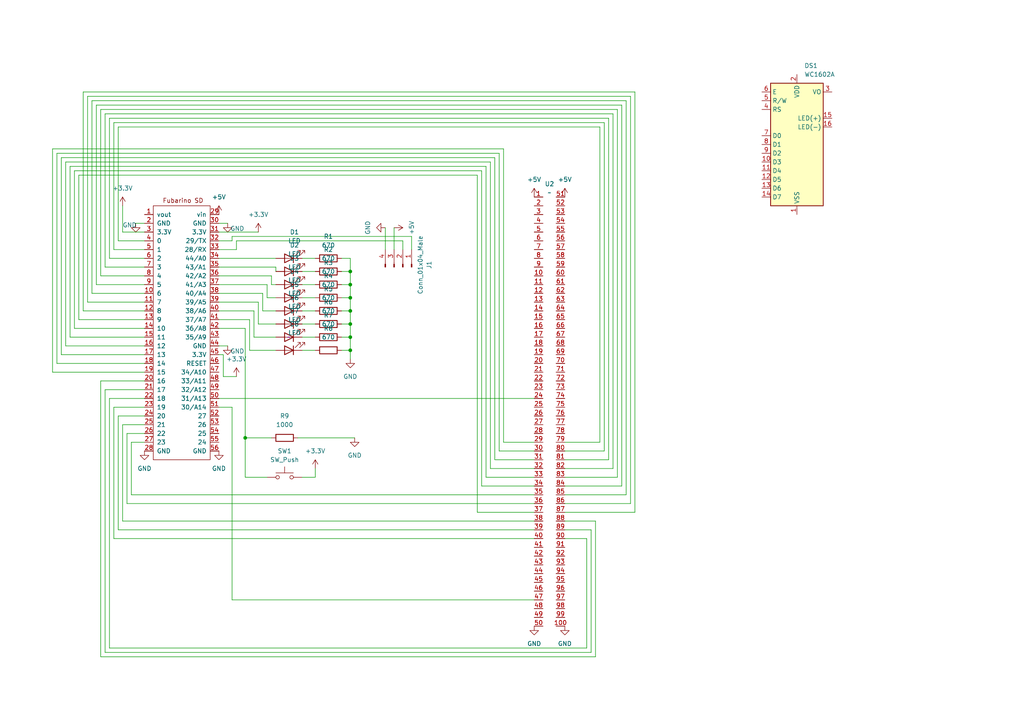
<source format=kicad_sch>
(kicad_sch (version 20250114) (generator "eeschema") (generator_version "9.0")
  (paper "A4")
  (lib_symbols
    (symbol "Connector:Conn_01x04_Male" (pin_names (offset 1.016) (hide yes))
      (property "Reference" "J" (at 0 5.08 0))
      (property "Value" "Conn_01x04_Male" (at 0 -7.62 0))
      (symbol "Conn_01x04_Male_1_1"
        (rectangle (start 0.8636 2.667) (end 0 2.413) (stroke (width 0.1524)) (fill (type outline)))
        (rectangle (start 0.8636 0.127) (end 0 -0.127) (stroke (width 0.1524)) (fill (type outline)))
        (rectangle (start 0.8636 -2.413) (end 0 -2.667) (stroke (width 0.1524)) (fill (type outline)))
        (rectangle (start 0.8636 -4.953) (end 0 -5.207) (stroke (width 0.1524)) (fill (type outline)))
        (polyline (pts (xy 1.27 2.54) (xy 0.8636 2.54)) (stroke (width 0.1524)))
        (polyline (pts (xy 1.27 0) (xy 0.8636 0)) (stroke (width 0.1524)))
        (polyline (pts (xy 1.27 -2.54) (xy 0.8636 -2.54)) (stroke (width 0.1524)))
        (polyline (pts (xy 1.27 -5.08) (xy 0.8636 -5.08)) (stroke (width 0.1524)))
        (pin passive line (at 5.08 2.54 180) (length 3.81) (name "Pin_1") (number "1"))
        (pin passive line (at 5.08 0 180) (length 3.81) (name "Pin_2") (number "2"))
        (pin passive line (at 5.08 -2.54 180) (length 3.81) (name "Pin_3") (number "3"))
        (pin passive line (at 5.08 -5.08 180) (length 3.81) (name "Pin_4") (number "4"))
      )
    )
    (symbol "Device:LED" (pin_numbers (hide yes)) (pin_names (offset 1.016) (hide yes))
      (property "Reference" "D" (at 0 2.54 0))
      (property "Value" "LED" (at 0 -2.54 0))
      (symbol "LED_0_1"
        (polyline (pts (xy -3.048 -0.762) (xy -4.572 -2.286) (xy -3.81 -2.286) (xy -4.572 -2.286) (xy -4.572 -1.524)))
        (polyline (pts (xy -1.778 -0.762) (xy -3.302 -2.286) (xy -2.54 -2.286) (xy -3.302 -2.286) (xy -3.302 -1.524)))
        (polyline (pts (xy -1.27 0) (xy 1.27 0)))
        (polyline (pts (xy -1.27 -1.27) (xy -1.27 1.27)) (stroke (width 0.254)))
        (polyline (pts (xy 1.27 -1.27) (xy 1.27 1.27) (xy -1.27 0) (xy 1.27 -1.27)) (stroke (width 0.254)))
      )
      (symbol "LED_1_1"
        (pin passive line (at -3.81 0 0) (length 2.54) (name "K") (number "1"))
        (pin passive line (at 3.81 0 180) (length 2.54) (name "A") (number "2"))
      )
    )
    (symbol "Device:R" (pin_numbers (hide yes)) (pin_names (offset 0))
      (property "Reference" "R" (at 2.032 0 90))
      (property "Value" "R" (at 0 0 90))
      (symbol "R_0_1"
        (rectangle (start -1.016 -2.54) (end 1.016 2.54) (stroke (width 0.254)))
      )
      (symbol "R_1_1"
        (pin passive line (at 0 3.81 270) (length 1.27) (name "~") (number "1"))
        (pin passive line (at 0 -3.81 90) (length 1.27) (name "~") (number "2"))
      )
    )
    (symbol "Display_Character:WC1602A"
      (property "Reference" "DS" (at -5.842 19.05 0))
      (property "Value" "WC1602A" (at 5.334 19.05 0))
      (symbol "WC1602A_1_1"
        (rectangle (start -7.62 17.78) (end 7.62 -17.78) (stroke (width 0.254)) (fill (type background)))
        (pin input line (at -10.16 15.24 0) (length 2.54) (name "E") (number "6"))
        (pin input line (at -10.16 12.7 0) (length 2.54) (name "R/W") (number "5"))
        (pin input line (at -10.16 10.16 0) (length 2.54) (name "RS") (number "4"))
        (pin input line (at -10.16 2.54 0) (length 2.54) (name "D0") (number "7"))
        (pin input line (at -10.16 0 0) (length 2.54) (name "D1") (number "8"))
        (pin input line (at -10.16 -2.54 0) (length 2.54) (name "D2") (number "9"))
        (pin input line (at -10.16 -5.08 0) (length 2.54) (name "D3") (number "10"))
        (pin input line (at -10.16 -7.62 0) (length 2.54) (name "D4") (number "11"))
        (pin input line (at -10.16 -10.16 0) (length 2.54) (name "D5") (number "12"))
        (pin input line (at -10.16 -12.7 0) (length 2.54) (name "D6") (number "13"))
        (pin input line (at -10.16 -15.24 0) (length 2.54) (name "D7") (number "14"))
        (pin power_in line (at 0 20.32 270) (length 2.54) (name "VDD") (number "2"))
        (pin power_in line (at 0 -20.32 90) (length 2.54) (name "VSS") (number "1"))
        (pin input line (at 10.16 15.24 180) (length 2.54) (name "VO") (number "3"))
        (pin power_in line (at 10.16 7.62 180) (length 2.54) (name "LED(+)") (number "15"))
        (pin power_in line (at 10.16 5.08 180) (length 2.54) (name "LED(-)") (number "16"))
      )
    )
    (symbol "Switch:SW_Push" (pin_numbers (hide yes)) (pin_names (offset 1.016) (hide yes))
      (property "Reference" "SW" (at 1.27 2.54 0))
      (property "Value" "SW_Push" (at 0 -1.524 0))
      (symbol "SW_Push_0_1"
        (circle (center -2.032 0) (radius 0.508))
        (polyline (pts (xy 0 1.27) (xy 0 3.048)))
        (circle (center 2.032 0) (radius 0.508))
        (polyline (pts (xy 2.54 1.27) (xy -2.54 1.27)))
        (pin passive line (at -5.08 0 0) (length 2.54) (name "1") (number "1"))
        (pin passive line (at 5.08 0 180) (length 2.54) (name "2") (number "2"))
      )
    )
    (symbol "fubarino:fubarino" (pin_names (offset 1.016))
      (symbol "fubarino_0_1"
        (pin power_out line (at -8.89 31.75 0) (length 2.54) (name "vout") (number "1"))
        (pin power_out line (at -8.89 29.21 0) (length 2.54) (name "GND") (number "2"))
        (pin power_out line (at -8.89 26.67 0) (length 2.54) (name "3.3V") (number "3"))
        (pin bidirectional line (at -8.89 24.13 0) (length 2.54) (name "0") (number "4"))
        (pin bidirectional line (at -8.89 21.59 0) (length 2.54) (name "1") (number "5"))
        (pin bidirectional line (at -8.89 19.05 0) (length 2.54) (name "2") (number "6"))
        (pin bidirectional line (at -8.89 16.51 0) (length 2.54) (name "3") (number "7"))
        (pin bidirectional line (at -8.89 13.97 0) (length 2.54) (name "4") (number "8"))
        (pin bidirectional line (at -8.89 11.43 0) (length 2.54) (name "5") (number "9"))
        (pin bidirectional line (at -8.89 8.89 0) (length 2.54) (name "6") (number "10"))
        (pin bidirectional line (at -8.89 6.35 0) (length 2.54) (name "7") (number "11"))
        (pin bidirectional line (at -8.89 3.81 0) (length 2.54) (name "8") (number "12"))
        (pin bidirectional line (at -8.89 1.27 0) (length 2.54) (name "9") (number "13"))
        (pin bidirectional line (at -8.89 -1.27 0) (length 2.54) (name "10") (number "14"))
        (pin bidirectional line (at -8.89 -3.81 0) (length 2.54) (name "11") (number "15"))
        (pin bidirectional line (at -8.89 -6.35 0) (length 2.54) (name "12") (number "16"))
        (pin bidirectional line (at -8.89 -8.89 0) (length 2.54) (name "13") (number "17"))
        (pin bidirectional line (at -8.89 -11.43 0) (length 2.54) (name "14") (number "18"))
        (pin bidirectional line (at -8.89 -13.97 0) (length 2.54) (name "15") (number "19"))
        (pin bidirectional line (at -8.89 -16.51 0) (length 2.54) (name "16") (number "20"))
        (pin bidirectional line (at -8.89 -19.05 0) (length 2.54) (name "17") (number "21"))
        (pin bidirectional line (at -8.89 -21.59 0) (length 2.54) (name "18") (number "22"))
        (pin bidirectional line (at -8.89 -24.13 0) (length 2.54) (name "19") (number "23"))
        (pin bidirectional line (at -8.89 -26.67 0) (length 2.54) (name "20") (number "24"))
        (pin bidirectional line (at -8.89 -29.21 0) (length 2.54) (name "21") (number "25"))
        (pin bidirectional line (at -8.89 -31.75 0) (length 2.54) (name "22") (number "26"))
        (pin bidirectional line (at -8.89 -34.29 0) (length 2.54) (name "23") (number "27"))
        (pin power_out line (at -8.89 -36.83 0) (length 2.54) (name "GND") (number "28"))
        (pin power_in line (at 12.7 31.75 180) (length 2.54) (name "vin") (number "29"))
        (pin power_out line (at 12.7 29.21 180) (length 2.54) (name "GND") (number "30"))
        (pin power_out line (at 12.7 26.67 180) (length 2.54) (name "3.3V") (number "31"))
        (pin bidirectional line (at 12.7 24.13 180) (length 2.54) (name "29/TX") (number "32"))
        (pin bidirectional line (at 12.7 21.59 180) (length 2.54) (name "28/RX") (number "33"))
        (pin bidirectional line (at 12.7 19.05 180) (length 2.54) (name "44/A0") (number "34"))
        (pin bidirectional line (at 12.7 16.51 180) (length 2.54) (name "43/A1") (number "35"))
        (pin bidirectional line (at 12.7 13.97 180) (length 2.54) (name "42/A2") (number "36"))
        (pin bidirectional line (at 12.7 11.43 180) (length 2.54) (name "41/A3") (number "37"))
        (pin bidirectional line (at 12.7 8.89 180) (length 2.54) (name "40/A4") (number "38"))
        (pin bidirectional line (at 12.7 6.35 180) (length 2.54) (name "39/A5") (number "39"))
        (pin bidirectional line (at 12.7 3.81 180) (length 2.54) (name "38/A6") (number "40"))
        (pin bidirectional line (at 12.7 1.27 180) (length 2.54) (name "37/A7") (number "41"))
        (pin bidirectional line (at 12.7 -1.27 180) (length 2.54) (name "36/A8") (number "42"))
        (pin bidirectional line (at 12.7 -3.81 180) (length 2.54) (name "35/A9") (number "43"))
        (pin power_out line (at 12.7 -6.35 180) (length 2.54) (name "GND") (number "44"))
        (pin power_out line (at 12.7 -8.89 180) (length 2.54) (name "3.3V") (number "45"))
        (pin input line (at 12.7 -11.43 180) (length 2.54) (name "RESET") (number "46"))
        (pin bidirectional line (at 12.7 -13.97 180) (length 2.54) (name "34/A10") (number "47"))
        (pin bidirectional line (at 12.7 -16.51 180) (length 2.54) (name "33/A11") (number "48"))
        (pin bidirectional line (at 12.7 -19.05 180) (length 2.54) (name "32/A12") (number "49"))
        (pin bidirectional line (at 12.7 -21.59 180) (length 2.54) (name "31/A13") (number "50"))
        (pin bidirectional line (at 12.7 -24.13 180) (length 2.54) (name "30/A14") (number "51"))
        (pin bidirectional line (at 12.7 -26.67 180) (length 2.54) (name "27") (number "52"))
        (pin bidirectional line (at 12.7 -29.21 180) (length 2.54) (name "26") (number "53"))
        (pin bidirectional line (at 12.7 -31.75 180) (length 2.54) (name "25") (number "54"))
        (pin bidirectional line (at 12.7 -34.29 180) (length 2.54) (name "24") (number "55"))
        (pin power_out line (at 12.7 -36.83 180) (length 2.54) (name "GND") (number "56"))
      )
      (symbol "fubarino_1_1"
        (rectangle (start -6.35 34.29) (end 10.16 -39.37))
        (text "Fubarino SD" (at 2.286 35.814 0) (effects (font (size 1.27 1.27))))
      )
      (symbol "fubarino_1_2"
        (arc (start -0.635 4.445) (mid 3.7907 0) (end -0.635 -4.445) (stroke (width 0.254)) (fill (type background)))
        (polyline (pts (xy -0.635 4.445) (xy -3.81 4.445) (xy -3.81 -4.445) (xy -0.635 -4.445)) (stroke (width 0.254)) (fill (type background)))
        (pin input inverted (at -7.62 3.81 0) (length 3.81) (name "~") (number "2"))
        (pin input inverted (at -7.62 1.27 0) (length 3.81) (name "~") (number "3"))
        (pin input inverted (at -7.62 -1.27 0) (length 3.81) (name "~") (number "4"))
        (pin input inverted (at -7.62 -3.81 0) (length 3.81) (name "~") (number "5"))
        (pin output line (at 7.62 0 180) (length 3.81) (name "~") (number "1"))
      )
      (symbol "fubarino_2_1"
        (arc (start -3.81 4.445) (mid -2.5908 0) (end -3.81 -4.445) (stroke (width 0.254)))
        (polyline (pts (xy -3.81 4.445) (xy -0.635 4.445)) (stroke (width 0.254)) (fill (type background)))
        (polyline (pts (xy -3.81 -4.445) (xy -0.635 -4.445)) (stroke (width 0.254)) (fill (type background)))
        (arc (start -0.6096 4.445) (mid 2.2198 2.8385) (end 3.81 0) (stroke (width 0.254)) (fill (type background)))
        (arc (start 3.81 0) (mid 2.224 -2.8428) (end -0.6096 -4.445) (stroke (width 0.254)) (fill (type background)))
        (polyline (pts (xy -0.635 4.445) (xy -3.81 4.445) (xy -3.81 4.445) (xy -3.6322 4.0894) (xy -3.0988 2.921) (xy -2.7686 1.6764) (xy -2.6162 0.4318) (xy -2.6416 -0.8636) (xy -2.8702 -2.1082) (xy -3.2512 -3.3274) (xy -3.81 -4.445) (xy -3.81 -4.445) (xy -0.635 -4.445)) (stroke (width -25.4)) (fill (type background)))
        (pin input line (at -7.62 3.81 0) (length 3.81) (name "~") (number "9"))
        (pin input line (at -7.62 1.27 0) (length 4.826) (name "~") (number "10"))
        (pin input line (at -7.62 -1.27 0) (length 4.826) (name "~") (number "11"))
        (pin input line (at -7.62 -3.81 0) (length 3.81) (name "~") (number "12"))
        (pin output inverted (at 7.62 0 180) (length 3.81) (name "~") (number "13"))
      )
      (symbol "fubarino_2_2"
        (arc (start -0.635 4.445) (mid 3.7907 0) (end -0.635 -4.445) (stroke (width 0.254)) (fill (type background)))
        (polyline (pts (xy -0.635 4.445) (xy -3.81 4.445) (xy -3.81 -4.445) (xy -0.635 -4.445)) (stroke (width 0.254)) (fill (type background)))
        (pin input inverted (at -7.62 3.81 0) (length 3.81) (name "~") (number "9"))
        (pin input inverted (at -7.62 1.27 0) (length 3.81) (name "~") (number "10"))
        (pin input inverted (at -7.62 -1.27 0) (length 3.81) (name "~") (number "11"))
        (pin input inverted (at -7.62 -3.81 0) (length 3.81) (name "~") (number "12"))
        (pin output line (at 7.62 0 180) (length 3.81) (name "~") (number "13"))
      )
      (symbol "fubarino_3_0"
        (pin power_in line (at 0 12.7 270) (length 5.08) (name "VDD") (number "14"))
        (pin power_in line (at 0 -12.7 90) (length 5.08) (name "VSS") (number "7"))
      )
      (symbol "fubarino_3_1"
        (rectangle (start -5.08 7.62) (end 5.08 -7.62) (stroke (width 0.254)) (fill (type background)))
      )
    )
    (symbol "power:+3.3V" (power) (pin_names (offset 0))
      (property "Value" "+3.3V" (at 0 3.556 0))
      (symbol "+3.3V_0_1"
        (polyline (pts (xy -0.762 1.27) (xy 0 2.54)))
        (polyline (pts (xy 0 2.54) (xy 0.762 1.27)))
        (polyline (pts (xy 0 0) (xy 0 2.54)))
      )
      (symbol "+3.3V_1_1"
        (pin power_in line (at 0 0 90) (length 0) (hide yes) (name "+3V3") (number "1"))
      )
    )
    (symbol "power:+5V" (power) (pin_names (offset 0))
      (property "Value" "+5V" (at 0 3.556 0))
      (symbol "+5V_0_1"
        (polyline (pts (xy -0.762 1.27) (xy 0 2.54)))
        (polyline (pts (xy 0 2.54) (xy 0.762 1.27)))
        (polyline (pts (xy 0 0) (xy 0 2.54)))
      )
      (symbol "+5V_1_1"
        (pin power_in line (at 0 0 90) (length 0) (hide yes) (name "+5V") (number "1"))
      )
    )
    (symbol "power:GND" (power) (pin_names (offset 0))
      (property "Value" "GND" (at 0 -3.81 0))
      (symbol "GND_0_1"
        (polyline (pts (xy 0 0) (xy 0 -1.27) (xy 1.27 -1.27) (xy 0 -2.54) (xy -1.27 -1.27) (xy 0 -1.27)))
      )
      (symbol "GND_1_1"
        (pin power_in line (at 0 0 270) (length 0) (hide yes) (name "GND") (number "1"))
      )
    )
    (symbol "s100:s100"
      (property "Reference" "U" (at 0 0 0))
      (symbol "s100_1_1"
        (pin input line (at -11.43 24.13 0) (length 2.54) (name "") (number "1"))
        (pin input line (at -11.43 21.59 0) (length 2.54) (name "") (number "2"))
        (pin input line (at -11.43 19.05 0) (length 2.54) (name "") (number "3"))
        (pin input line (at -11.43 16.51 0) (length 2.54) (name "") (number "4"))
        (pin input line (at -11.43 13.97 0) (length 2.54) (name "") (number "5"))
        (pin input line (at -11.43 11.43 0) (length 2.54) (name "") (number "6"))
        (pin input line (at -11.43 8.89 0) (length 2.54) (name "") (number "7"))
        (pin input line (at -11.43 6.35 0) (length 2.54) (name "") (number "8"))
        (pin input line (at -11.43 3.81 0) (length 2.54) (name "") (number "9"))
        (pin input line (at -11.43 1.27 0) (length 2.54) (name "") (number "10"))
        (pin input line (at -11.43 -1.27 0) (length 2.54) (name "") (number "11"))
        (pin input line (at -11.43 -3.81 0) (length 2.54) (name "") (number "12"))
        (pin input line (at -11.43 -6.35 0) (length 2.54) (name "") (number "13"))
        (pin input line (at -11.43 -8.89 0) (length 2.54) (name "") (number "14"))
        (pin input line (at -11.43 -11.43 0) (length 2.54) (name "") (number "15"))
        (pin input line (at -11.43 -13.97 0) (length 2.54) (name "") (number "16"))
        (pin input line (at -11.43 -16.51 0) (length 2.54) (name "") (number "17"))
        (pin input line (at -11.43 -19.05 0) (length 2.54) (name "") (number "18"))
        (pin input line (at -11.43 -21.59 0) (length 2.54) (name "") (number "19"))
        (pin input line (at -11.43 -24.13 0) (length 2.54) (name "") (number "20"))
        (pin input line (at -11.43 -26.67 0) (length 2.54) (name "") (number "21"))
        (pin input line (at -11.43 -29.21 0) (length 2.54) (name "") (number "22"))
        (pin input line (at -11.43 -31.75 0) (length 2.54) (name "") (number "23"))
        (pin input line (at -11.43 -34.29 0) (length 2.54) (name "") (number "24"))
        (pin input line (at -11.43 -36.83 0) (length 2.54) (name "") (number "25"))
        (pin input line (at -11.43 -39.37 0) (length 2.54) (name "") (number "26"))
        (pin input line (at -11.43 -41.91 0) (length 2.54) (name "") (number "27"))
        (pin input line (at -11.43 -44.45 0) (length 2.54) (name "") (number "28"))
        (pin input line (at -11.43 -46.99 0) (length 2.54) (name "") (number "29"))
        (pin input line (at -11.43 -49.53 0) (length 2.54) (name "") (number "30"))
        (pin input line (at -11.43 -52.07 0) (length 2.54) (name "") (number "31"))
        (pin input line (at -11.43 -54.61 0) (length 2.54) (name "") (number "32"))
        (pin input line (at -11.43 -57.15 0) (length 2.54) (name "") (number "33"))
        (pin input line (at -11.43 -59.69 0) (length 2.54) (name "") (number "34"))
        (pin input line (at -11.43 -62.23 0) (length 2.54) (name "") (number "35"))
        (pin input line (at -11.43 -64.77 0) (length 2.54) (name "") (number "36"))
        (pin input line (at -11.43 -67.31 0) (length 2.54) (name "") (number "37"))
        (pin input line (at -11.43 -69.85 0) (length 2.54) (name "") (number "38"))
        (pin input line (at -11.43 -72.39 0) (length 2.54) (name "") (number "39"))
        (pin input line (at -11.43 -74.93 0) (length 2.54) (name "") (number "40"))
        (pin input line (at -11.43 -77.47 0) (length 2.54) (name "") (number "41"))
        (pin input line (at -11.43 -80.01 0) (length 2.54) (name "") (number "42"))
        (pin input line (at -11.43 -82.55 0) (length 2.54) (name "") (number "43"))
        (pin input line (at -11.43 -85.09 0) (length 2.54) (name "") (number "44"))
        (pin input line (at -11.43 -87.63 0) (length 2.54) (name "") (number "45"))
        (pin input line (at -11.43 -90.17 0) (length 2.54) (name "") (number "46"))
        (pin input line (at -11.43 -92.71 0) (length 2.54) (name "") (number "47"))
        (pin input line (at -11.43 -95.25 0) (length 2.54) (name "") (number "48"))
        (pin input line (at -11.43 -97.79 0) (length 2.54) (name "") (number "49"))
        (pin input line (at -11.43 -100.33 0) (length 2.54) (name "") (number "50"))
        (pin input line (at -2.54 24.13 180) (length 2.54) (name "") (number "51"))
        (pin input line (at -2.54 21.59 180) (length 2.54) (name "") (number "52"))
        (pin input line (at -2.54 19.05 180) (length 2.54) (name "") (number "53"))
        (pin input line (at -2.54 16.51 180) (length 2.54) (name "") (number "54"))
        (pin input line (at -2.54 13.97 180) (length 2.54) (name "") (number "55"))
        (pin input line (at -2.54 11.43 180) (length 2.54) (name "") (number "56"))
        (pin input line (at -2.54 8.89 180) (length 2.54) (name "") (number "57"))
        (pin input line (at -2.54 6.35 180) (length 2.54) (name "") (number "58"))
        (pin input line (at -2.54 3.81 180) (length 2.54) (name "") (number "59"))
        (pin input line (at -2.54 1.27 180) (length 2.54) (name "") (number "60"))
        (pin input line (at -2.54 -1.27 180) (length 2.54) (name "") (number "61"))
        (pin input line (at -2.54 -3.81 180) (length 2.54) (name "") (number "62"))
        (pin input line (at -2.54 -6.35 180) (length 2.54) (name "") (number "63"))
        (pin input line (at -2.54 -8.89 180) (length 2.54) (name "") (number "64"))
        (pin input line (at -2.54 -11.43 180) (length 2.54) (name "") (number "65"))
        (pin input line (at -2.54 -13.97 180) (length 2.54) (name "") (number "66"))
        (pin input line (at -2.54 -16.51 180) (length 2.54) (name "") (number "67"))
        (pin input line (at -2.54 -19.05 180) (length 2.54) (name "") (number "68"))
        (pin input line (at -2.54 -21.59 180) (length 2.54) (name "") (number "69"))
        (pin input line (at -2.54 -24.13 180) (length 2.54) (name "") (number "70"))
        (pin input line (at -2.54 -26.67 180) (length 2.54) (name "") (number "71"))
        (pin input line (at -2.54 -29.21 180) (length 2.54) (name "") (number "72"))
        (pin input line (at -2.54 -31.75 180) (length 2.54) (name "") (number "73"))
        (pin input line (at -2.54 -34.29 180) (length 2.54) (name "") (number "74"))
        (pin input line (at -2.54 -36.83 180) (length 2.54) (name "") (number "75"))
        (pin input line (at -2.54 -39.37 180) (length 2.54) (name "") (number "76"))
        (pin input line (at -2.54 -41.91 180) (length 2.54) (name "") (number "77"))
        (pin input line (at -2.54 -44.45 180) (length 2.54) (name "") (number "78"))
        (pin input line (at -2.54 -46.99 180) (length 2.54) (name "") (number "79"))
        (pin input line (at -2.54 -49.53 180) (length 2.54) (name "") (number "80"))
        (pin input line (at -2.54 -52.07 180) (length 2.54) (name "") (number "81"))
        (pin input line (at -2.54 -54.61 180) (length 2.54) (name "") (number "82"))
        (pin input line (at -2.54 -57.15 180) (length 2.54) (name "") (number "83"))
        (pin input line (at -2.54 -59.69 180) (length 2.54) (name "") (number "84"))
        (pin input line (at -2.54 -62.23 180) (length 2.54) (name "") (number "85"))
        (pin input line (at -2.54 -64.77 180) (length 2.54) (name "") (number "86"))
        (pin input line (at -2.54 -67.31 180) (length 2.54) (name "") (number "87"))
        (pin input line (at -2.54 -69.85 180) (length 2.54) (name "") (number "88"))
        (pin input line (at -2.54 -72.39 180) (length 2.54) (name "") (number "89"))
        (pin input line (at -2.54 -74.93 180) (length 2.54) (name "") (number "90"))
        (pin input line (at -2.54 -77.47 180) (length 2.54) (name "") (number "91"))
        (pin input line (at -2.54 -80.01 180) (length 2.54) (name "") (number "92"))
        (pin input line (at -2.54 -82.55 180) (length 2.54) (name "") (number "93"))
        (pin input line (at -2.54 -85.09 180) (length 2.54) (name "") (number "94"))
        (pin input line (at -2.54 -87.63 180) (length 2.54) (name "") (number "95"))
        (pin input line (at -2.54 -90.17 180) (length 2.54) (name "") (number "96"))
        (pin input line (at -2.54 -92.71 180) (length 2.54) (name "") (number "97"))
        (pin input line (at -2.54 -95.25 180) (length 2.54) (name "") (number "98"))
        (pin input line (at -2.54 -97.79 180) (length 2.54) (name "") (number "99"))
        (pin input line (at -2.54 -100.33 180) (length 2.54) (name "") (number "100"))
      )
    )
  )
  (junction (at 71.12 127))
  (junction (at 101.6 97.79))
  (junction (at 101.6 82.55))
  (junction (at 101.6 86.36))
  (junction (at 101.6 93.98))
  (junction (at 101.6 78.74))
  (junction (at 101.6 90.17))
  (junction (at 101.6 101.6))
  (wire (pts (xy 170.18 156.21) (xy 163.83 156.21)))
  (wire (pts (xy 64.77 102.87) (xy 64.77 109.22)))
  (wire (pts (xy 184.15 26.67) (xy 24.13 26.67)))
  (wire (pts (xy 67.31 118.11) (xy 63.5 118.11)))
  (wire (pts (xy 22.86 50.8) (xy 138.43 50.8)))
  (wire (pts (xy 41.91 67.31) (xy 35.56 67.31)))
  (wire (pts (xy 78.74 82.55) (xy 80.01 82.55)))
  (wire (pts (xy 41.91 107.95) (xy 15.24 107.95)))
  (wire (pts (xy 87.63 101.6) (xy 91.44 101.6)))
  (wire (pts (xy 41.91 125.73) (xy 36.83 125.73)))
  (wire (pts (xy 86.36 127) (xy 102.87 127)))
  (wire (pts (xy 175.26 130.81) (xy 163.83 130.81)))
  (wire (pts (xy 63.5 82.55) (xy 77.47 82.55)))
  (wire (pts (xy 73.66 90.17) (xy 73.66 97.79)))
  (wire (pts (xy 31.75 74.93) (xy 41.91 74.93)))
  (wire (pts (xy 63.5 115.57) (xy 154.94 115.57)))
  (wire (pts (xy 163.83 143.51) (xy 181.61 143.51)))
  (wire (pts (xy 71.12 95.25) (xy 63.5 95.25)))
  (wire (pts (xy 39.37 64.77) (xy 41.91 64.77)))
  (wire (pts (xy 87.63 82.55) (xy 91.44 82.55)))
  (wire (pts (xy 30.48 113.03) (xy 30.48 189.23)))
  (wire (pts (xy 142.24 135.89) (xy 154.94 135.89)))
  (wire (pts (xy 87.63 138.43) (xy 91.44 138.43)))
  (wire (pts (xy 26.67 85.09) (xy 41.91 85.09)))
  (wire (pts (xy 31.75 187.96) (xy 170.18 187.96)))
  (wire (pts (xy 181.61 143.51) (xy 181.61 29.21)))
  (wire (pts (xy 171.45 153.67) (xy 163.83 153.67)))
  (wire (pts (xy 35.56 151.13) (xy 154.94 151.13)))
  (wire (pts (xy 172.72 190.5) (xy 172.72 151.13)))
  (wire (pts (xy 146.05 128.27) (xy 154.94 128.27)))
  (wire (pts (xy 67.31 173.99) (xy 67.31 118.11)))
  (wire (pts (xy 63.5 69.85) (xy 67.31 69.85)))
  (wire (pts (xy 101.6 101.6) (xy 101.6 104.14)))
  (wire (pts (xy 21.59 95.25) (xy 21.59 49.53)))
  (wire (pts (xy 15.24 107.95) (xy 15.24 43.18)))
  (wire (pts (xy 99.06 82.55) (xy 101.6 82.55)))
  (wire (pts (xy 144.78 130.81) (xy 154.94 130.81)))
  (wire (pts (xy 101.6 78.74) (xy 101.6 82.55)))
  (wire (pts (xy 101.6 74.93) (xy 101.6 78.74)))
  (wire (pts (xy 34.29 36.83) (xy 34.29 69.85)))
  (wire (pts (xy 182.88 146.05) (xy 163.83 146.05)))
  (wire (pts (xy 175.26 35.56) (xy 175.26 130.81)))
  (wire (pts (xy 27.94 82.55) (xy 27.94 30.48)))
  (wire (pts (xy 176.53 34.29) (xy 31.75 34.29)))
  (wire (pts (xy 63.5 92.71) (xy 72.39 92.71)))
  (wire (pts (xy 67.31 68.58) (xy 119.38 68.58)))
  (wire (pts (xy 101.6 93.98) (xy 101.6 97.79)))
  (wire (pts (xy 87.63 97.79) (xy 91.44 97.79)))
  (wire (pts (xy 24.13 90.17) (xy 41.91 90.17)))
  (wire (pts (xy 63.5 77.47) (xy 80.01 77.47)))
  (wire (pts (xy 74.93 93.98) (xy 80.01 93.98)))
  (wire (pts (xy 25.4 87.63) (xy 25.4 27.94)))
  (wire (pts (xy 142.24 46.99) (xy 142.24 135.89)))
  (wire (pts (xy 173.99 128.27) (xy 173.99 36.83)))
  (wire (pts (xy 36.83 125.73) (xy 36.83 146.05)))
  (wire (pts (xy 30.48 77.47) (xy 41.91 77.47)))
  (wire (pts (xy 19.05 46.99) (xy 142.24 46.99)))
  (wire (pts (xy 30.48 77.47) (xy 30.48 33.02)))
  (wire (pts (xy 63.5 85.09) (xy 76.2 85.09)))
  (wire (pts (xy 68.58 69.85) (xy 68.58 72.39)))
  (wire (pts (xy 17.78 45.72) (xy 143.51 45.72)))
  (wire (pts (xy 87.63 74.93) (xy 91.44 74.93)))
  (wire (pts (xy 16.51 105.41) (xy 41.91 105.41)))
  (wire (pts (xy 33.02 72.39) (xy 33.02 35.56)))
  (wire (pts (xy 138.43 148.59) (xy 154.94 148.59)))
  (wire (pts (xy 34.29 36.83) (xy 173.99 36.83)))
  (wire (pts (xy 77.47 86.36) (xy 80.01 86.36)))
  (wire (pts (xy 182.88 27.94) (xy 182.88 146.05)))
  (wire (pts (xy 34.29 120.65) (xy 34.29 153.67)))
  (wire (pts (xy 101.6 97.79) (xy 101.6 101.6)))
  (wire (pts (xy 99.06 78.74) (xy 101.6 78.74)))
  (wire (pts (xy 41.91 113.03) (xy 30.48 113.03)))
  (wire (pts (xy 16.51 105.41) (xy 16.51 44.45)))
  (wire (pts (xy 140.97 138.43) (xy 154.94 138.43)))
  (wire (pts (xy 26.67 29.21) (xy 26.67 85.09)))
  (wire (pts (xy 72.39 101.6) (xy 80.01 101.6)))
  (wire (pts (xy 41.91 72.39) (xy 33.02 72.39)))
  (wire (pts (xy 41.91 118.11) (xy 33.02 118.11)))
  (wire (pts (xy 163.83 148.59) (xy 184.15 148.59)))
  (wire (pts (xy 71.12 127) (xy 78.74 127)))
  (wire (pts (xy 22.86 92.71) (xy 22.86 50.8)))
  (wire (pts (xy 176.53 34.29) (xy 176.53 133.35)))
  (wire (pts (xy 111.76 66.04) (xy 111.76 72.39)))
  (wire (pts (xy 41.91 95.25) (xy 21.59 95.25)))
  (wire (pts (xy 99.06 93.98) (xy 101.6 93.98)))
  (wire (pts (xy 63.5 64.77) (xy 66.04 64.77)))
  (wire (pts (xy 71.12 138.43) (xy 77.47 138.43)))
  (wire (pts (xy 72.39 92.71) (xy 72.39 101.6)))
  (wire (pts (xy 80.01 77.47) (xy 80.01 78.74)))
  (wire (pts (xy 36.83 146.05) (xy 154.94 146.05)))
  (wire (pts (xy 21.59 49.53) (xy 139.7 49.53)))
  (wire (pts (xy 99.06 74.93) (xy 101.6 74.93)))
  (wire (pts (xy 172.72 151.13) (xy 163.83 151.13)))
  (wire (pts (xy 27.94 30.48) (xy 180.34 30.48)))
  (wire (pts (xy 17.78 102.87) (xy 17.78 45.72)))
  (wire (pts (xy 41.91 115.57) (xy 31.75 115.57)))
  (wire (pts (xy 41.91 92.71) (xy 22.86 92.71)))
  (wire (pts (xy 179.07 138.43) (xy 179.07 31.75)))
  (wire (pts (xy 29.21 190.5) (xy 172.72 190.5)))
  (wire (pts (xy 20.32 97.79) (xy 20.32 48.26)))
  (wire (pts (xy 170.18 187.96) (xy 170.18 156.21)))
  (wire (pts (xy 74.93 87.63) (xy 74.93 93.98)))
  (wire (pts (xy 15.24 43.18) (xy 146.05 43.18)))
  (wire (pts (xy 31.75 115.57) (xy 31.75 187.96)))
  (wire (pts (xy 16.51 44.45) (xy 144.78 44.45)))
  (wire (pts (xy 34.29 153.67) (xy 154.94 153.67)))
  (wire (pts (xy 63.5 67.31) (xy 74.93 67.31)))
  (wire (pts (xy 41.91 87.63) (xy 25.4 87.63)))
  (wire (pts (xy 68.58 69.85) (xy 116.84 69.85)))
  (wire (pts (xy 143.51 45.72) (xy 143.51 133.35)))
  (wire (pts (xy 119.38 68.58) (xy 119.38 72.39)))
  (wire (pts (xy 87.63 90.17) (xy 91.44 90.17)))
  (wire (pts (xy 99.06 86.36) (xy 101.6 86.36)))
  (wire (pts (xy 33.02 118.11) (xy 33.02 156.21)))
  (wire (pts (xy 163.83 138.43) (xy 179.07 138.43)))
  (wire (pts (xy 78.74 80.01) (xy 78.74 82.55)))
  (wire (pts (xy 87.63 78.74) (xy 91.44 78.74)))
  (wire (pts (xy 171.45 189.23) (xy 171.45 153.67)))
  (wire (pts (xy 101.6 86.36) (xy 101.6 90.17)))
  (wire (pts (xy 41.91 120.65) (xy 34.29 120.65)))
  (wire (pts (xy 33.02 156.21) (xy 154.94 156.21)))
  (wire (pts (xy 139.7 140.97) (xy 154.94 140.97)))
  (wire (pts (xy 35.56 123.19) (xy 35.56 151.13)))
  (wire (pts (xy 29.21 31.75) (xy 29.21 80.01)))
  (wire (pts (xy 24.13 26.67) (xy 24.13 90.17)))
  (wire (pts (xy 19.05 100.33) (xy 19.05 46.99)))
  (wire (pts (xy 163.83 128.27) (xy 173.99 128.27)))
  (wire (pts (xy 63.5 102.87) (xy 64.77 102.87)))
  (wire (pts (xy 68.58 72.39) (xy 63.5 72.39)))
  (wire (pts (xy 87.63 93.98) (xy 91.44 93.98)))
  (wire (pts (xy 63.5 80.01) (xy 78.74 80.01)))
  (wire (pts (xy 41.91 97.79) (xy 20.32 97.79)))
  (wire (pts (xy 41.91 102.87) (xy 17.78 102.87)))
  (wire (pts (xy 31.75 34.29) (xy 31.75 74.93)))
  (wire (pts (xy 146.05 43.18) (xy 146.05 128.27)))
  (wire (pts (xy 99.06 97.79) (xy 101.6 97.79)))
  (wire (pts (xy 71.12 95.25) (xy 71.12 127)))
  (wire (pts (xy 143.51 133.35) (xy 154.94 133.35)))
  (wire (pts (xy 71.12 127) (xy 71.12 138.43)))
  (wire (pts (xy 181.61 29.21) (xy 26.67 29.21)))
  (wire (pts (xy 180.34 30.48) (xy 180.34 140.97)))
  (wire (pts (xy 99.06 90.17) (xy 101.6 90.17)))
  (wire (pts (xy 163.83 133.35) (xy 176.53 133.35)))
  (wire (pts (xy 41.91 82.55) (xy 27.94 82.55)))
  (wire (pts (xy 30.48 33.02) (xy 177.8 33.02)))
  (wire (pts (xy 177.8 135.89) (xy 163.83 135.89)))
  (wire (pts (xy 179.07 31.75) (xy 29.21 31.75)))
  (wire (pts (xy 63.5 100.33) (xy 66.04 100.33)))
  (wire (pts (xy 30.48 189.23) (xy 171.45 189.23)))
  (wire (pts (xy 144.78 44.45) (xy 144.78 130.81)))
  (wire (pts (xy 138.43 50.8) (xy 138.43 148.59)))
  (wire (pts (xy 38.1 143.51) (xy 154.94 143.51)))
  (wire (pts (xy 63.5 74.93) (xy 80.01 74.93)))
  (wire (pts (xy 139.7 49.53) (xy 139.7 140.97)))
  (wire (pts (xy 33.02 35.56) (xy 175.26 35.56)))
  (wire (pts (xy 87.63 86.36) (xy 91.44 86.36)))
  (wire (pts (xy 38.1 128.27) (xy 38.1 143.51)))
  (wire (pts (xy 101.6 90.17) (xy 101.6 93.98)))
  (wire (pts (xy 180.34 140.97) (xy 163.83 140.97)))
  (wire (pts (xy 63.5 87.63) (xy 74.93 87.63)))
  (wire (pts (xy 140.97 48.26) (xy 140.97 138.43)))
  (wire (pts (xy 63.5 90.17) (xy 73.66 90.17)))
  (wire (pts (xy 41.91 110.49) (xy 29.21 110.49)))
  (wire (pts (xy 41.91 128.27) (xy 38.1 128.27)))
  (wire (pts (xy 116.84 69.85) (xy 116.84 72.39)))
  (wire (pts (xy 29.21 110.49) (xy 29.21 190.5)))
  (wire (pts (xy 20.32 48.26) (xy 140.97 48.26)))
  (wire (pts (xy 184.15 148.59) (xy 184.15 26.67)))
  (wire (pts (xy 34.29 69.85) (xy 41.91 69.85)))
  (wire (pts (xy 25.4 27.94) (xy 182.88 27.94)))
  (wire (pts (xy 101.6 82.55) (xy 101.6 86.36)))
  (wire (pts (xy 73.66 97.79) (xy 80.01 97.79)))
  (wire (pts (xy 177.8 33.02) (xy 177.8 135.89)))
  (wire (pts (xy 154.94 173.99) (xy 67.31 173.99)))
  (wire (pts (xy 114.3 66.04) (xy 114.3 72.39)))
  (wire (pts (xy 99.06 101.6) (xy 101.6 101.6)))
  (wire (pts (xy 67.31 69.85) (xy 67.31 68.58)))
  (wire (pts (xy 76.2 85.09) (xy 76.2 90.17)))
  (wire (pts (xy 29.21 80.01) (xy 41.91 80.01)))
  (wire (pts (xy 76.2 90.17) (xy 80.01 90.17)))
  (wire (pts (xy 64.77 109.22) (xy 68.58 109.22)))
  (wire (pts (xy 41.91 100.33) (xy 19.05 100.33)))
  (wire (pts (xy 41.91 123.19) (xy 35.56 123.19)))
  (wire (pts (xy 35.56 59.69) (xy 35.56 67.31)))
  (wire (pts (xy 91.44 138.43) (xy 91.44 135.89)))
  (wire (pts (xy 77.47 82.55) (xy 77.47 86.36)))
  (symbol (lib_id "power:GND") (at 66.04 100.33 0) (unit 1)
    (property "Reference" "#PWR010" (effects (hide yes)))
    (property "Value" "GND" (at 68.834 101.854 0))
    (property "Description" "Power symbol creates a global label with name \"GND\" , ground" (effects (hide yes)))
  )
  (symbol (lib_id "power:GND") (at 163.83 181.61 0) (unit 1)
    (property "Reference" "#PWR05" (effects (hide yes)))
    (property "Value" "GND" (at 163.83 186.69 0))
    (property "Description" "Power symbol creates a global label with name \"GND\" , ground" (effects (hide yes)))
  )
  (symbol (lib_id "Device:R") (at 95.25 93.98 90) (unit 1)
    (property "Reference" "R6" (at 95.25 87.63 90))
    (property "Value" "670" (at 95.25 90.17 90))
    (property "Footprint" "Resistor_THT:R_Axial_DIN0207_L6.3mm_D2.5mm_P10.16mm_Horizontal" (effects (hide yes)))
    (property "Description" "Resistor" (effects (hide yes)))
  )
  (symbol (lib_id "Device:R") (at 95.25 82.55 90) (unit 1)
    (property "Reference" "R3" (at 95.25 76.2 90))
    (property "Value" "670" (at 95.25 78.74 90))
    (property "Footprint" "Resistor_THT:R_Axial_DIN0207_L6.3mm_D2.5mm_P10.16mm_Horizontal" (effects (hide yes)))
    (property "Description" "Resistor" (effects (hide yes)))
  )
  (symbol (lib_id "power:GND") (at 111.76 66.04 270) (mirror x) (unit 1)
    (property "Reference" "#PWR018" (effects (hide yes)))
    (property "Value" "GND" (at 106.68 66.04 0))
    (property "Description" "Power symbol creates a global label with name \"GND\" , ground" (effects (hide yes)))
  )
  (symbol (lib_id "Device:LED") (at 83.82 97.79 180) (unit 1)
    (property "Reference" "D7" (at 85.4075 90.17 0))
    (property "Value" "LED" (at 85.4075 92.71 0))
    (property "Footprint" "LED_THT:LED_D3.0mm_Horizontal_O6.35mm_Z10.0mm" (effects (hide yes)))
    (property "Datasheet" "~" (at 83.82 97.79 0))
    (property "Description" "Light emitting diode" (effects (hide yes)))
  )
  (symbol (lib_id "power:GND") (at 39.37 64.77 0) (unit 1)
    (property "Reference" "#PWR09" (effects (hide yes)))
    (property "Value" "GND" (at 37.592 65.278 0))
    (property "Description" "Power symbol creates a global label with name \"GND\" , ground" (effects (hide yes)))
  )
  (symbol (lib_id "Device:LED") (at 83.82 78.74 180) (unit 1)
    (property "Reference" "D2" (at 85.4075 71.12 0))
    (property "Value" "LED" (at 85.4075 73.66 0))
    (property "Footprint" "LED_THT:LED_D3.0mm_Horizontal_O6.35mm_Z10.0mm" (effects (hide yes)))
    (property "Description" "Light emitting diode" (effects (hide yes)))
  )
  (symbol (lib_id "power:GND") (at 63.5 130.81 0) (unit 1)
    (property "Reference" "#PWR06" (effects (hide yes)))
    (property "Value" "GND" (at 63.5 135.89 0))
    (property "Description" "Power symbol creates a global label with name \"GND\" , ground" (effects (hide yes)))
  )
  (symbol (lib_id "power:+3.3V") (at 35.56 59.69 0) (unit 1)
    (property "Reference" "#PWR015" (effects (hide yes)))
    (property "Value" "+3.3V" (at 35.56 54.61 0))
    (property "Description" "Power symbol creates a global label with name \"+3.3V\"" (effects (hide yes)))
  )
  (symbol (lib_id "Display_Character:WC1602A") (at 231.14 41.91 0) (unit 1)
    (property "Reference" "DS1" (at 233.2833 19.05 0) (effects (justify left)))
    (property "Value" "WC1602A" (at 233.2833 21.59 0) (effects (justify left)))
    (property "Footprint" "Display:WC1602A" (effects (hide yes)))
    (property "Datasheet" "http://www.wincomlcd.com/pdf/WC1602A-SFYLYHTC06.pdf" (effects (hide yes)))
    (property "Description" "LCD 16x2 Alphanumeric , 8 bit parallel bus, 5V VDD" (effects (hide yes)))
  )
  (symbol (lib_id "power:GND") (at 66.04 64.77 0) (unit 1)
    (property "Reference" "#PWR08" (effects (hide yes)))
    (property "Value" "GND" (at 68.834 66.294 0))
    (property "Description" "Power symbol creates a global label with name \"GND\" , ground" (effects (hide yes)))
  )
  (symbol (lib_id "power:+5V") (at 154.94 57.15 0) (unit 1)
    (property "Reference" "#PWR02" (effects (hide yes)))
    (property "Value" "+5V" (at 154.94 52.07 0))
    (property "Description" "Power symbol creates a global label with name \"+5V\"" (effects (hide yes)))
  )
  (symbol (lib_id "power:GND") (at 154.94 181.61 0) (unit 1)
    (property "Reference" "#PWR04" (effects (hide yes)))
    (property "Value" "GND" (at 154.94 186.69 0))
    (property "Description" "Power symbol creates a global label with name \"GND\" , ground" (effects (hide yes)))
  )
  (symbol (lib_id "power:+5V") (at 163.83 57.15 0) (unit 1)
    (property "Reference" "#PWR03" (effects (hide yes)))
    (property "Value" "+5V" (at 163.83 52.07 0))
    (property "Description" "Power symbol creates a global label with name \"+5V\"" (effects (hide yes)))
  )
  (symbol (lib_id "Device:R") (at 95.25 90.17 90) (unit 1)
    (property "Reference" "R5" (at 95.25 83.82 90))
    (property "Value" "670" (at 95.25 86.36 90))
    (property "Footprint" "Resistor_THT:R_Axial_DIN0207_L6.3mm_D2.5mm_P10.16mm_Horizontal" (effects (hide yes)))
    (property "Description" "Resistor" (effects (hide yes)))
  )
  (symbol (lib_id "Device:LED") (at 83.82 101.6 180) (unit 1)
    (property "Reference" "D8" (at 85.4075 93.98 0))
    (property "Value" "LED" (at 85.4075 96.52 0))
    (property "Footprint" "LED_THT:LED_D3.0mm_Horizontal_O6.35mm_Z10.0mm" (effects (hide yes)))
    (property "Description" "Light emitting diode" (effects (hide yes)))
  )
  (symbol (lib_id "Switch:SW_Push") (at 82.55 138.43 0) (unit 1)
    (property "Reference" "SW1" (at 82.55 130.81 0))
    (property "Value" "SW_Push" (at 82.55 133.35 0))
    (property "Footprint" "Button_Switch_THT:SW_PUSH_6mm_H5mm" (effects (hide yes)))
    (property "Description" "Push button switch, generic, two pins" (effects (hide yes)))
  )
  (symbol (lib_id "power:+5V") (at 63.5 62.23 0) (unit 1)
    (property "Reference" "#PWR01" (effects (hide yes)))
    (property "Value" "+5V" (at 63.5 57.15 0))
    (property "Description" "Power symbol creates a global label with name \"+5V\"" (effects (hide yes)))
  )
  (symbol (lib_id "power:+3.3V") (at 68.58 109.22 0) (unit 1)
    (property "Reference" "#PWR016" (effects (hide yes)))
    (property "Value" "+3.3V" (at 68.58 104.14 0))
    (property "Description" "Power symbol creates a global label with name \"+3.3V\"" (effects (hide yes)))
  )
  (symbol (lib_id "Device:R") (at 95.25 78.74 90) (unit 1)
    (property "Reference" "R2" (at 95.25 72.39 90))
    (property "Value" "670" (at 95.25 74.93 90))
    (property "Footprint" "Resistor_THT:R_Axial_DIN0207_L6.3mm_D2.5mm_P10.16mm_Horizontal" (effects (hide yes)))
    (property "Description" "Resistor" (effects (hide yes)))
  )
  (symbol (lib_id "power:+5V") (at 114.3 66.04 270) (mirror x) (unit 1)
    (property "Reference" "#PWR017" (effects (hide yes)))
    (property "Value" "+5V" (at 119.38 66.04 0))
    (property "Description" "Power symbol creates a global label with name \"+5V\"" (effects (hide yes)))
  )
  (symbol (lib_id "Device:LED") (at 83.82 90.17 180) (unit 1)
    (property "Reference" "D5" (at 85.4075 82.55 0))
    (property "Value" "LED" (at 85.4075 85.09 0))
    (property "Footprint" "LED_THT:LED_D3.0mm_Horizontal_O6.35mm_Z10.0mm" (effects (hide yes)))
    (property "Description" "Light emitting diode" (effects (hide yes)))
  )
  (symbol (lib_id "power:+3.3V") (at 74.93 67.31 0) (unit 1)
    (property "Reference" "#PWR014" (effects (hide yes)))
    (property "Value" "+3.3V" (at 74.93 62.23 0))
    (property "Description" "Power symbol creates a global label with name \"+3.3V\"" (effects (hide yes)))
  )
  (symbol (lib_id "power:GND") (at 102.87 127 0) (unit 1)
    (property "Reference" "#PWR013" (effects (hide yes)))
    (property "Value" "GND" (at 102.87 132.08 0))
    (property "Description" "Power symbol creates a global label with name \"GND\" , ground" (effects (hide yes)))
  )
  (symbol (lib_id "Connector:Conn_01x04_Male") (at 116.84 77.47 270) (mirror x) (unit 1)
    (property "Reference" "J1" (at 124.46 76.835 0))
    (property "Value" "Conn_01x04_Male" (at 121.92 76.835 0))
    (property "Footprint" "Connector_PinSocket_2.54mm:PinSocket_1x04_P2.54mm_Horizontal" (effects (hide yes)))
    (property "Description" "Generic connector, single row, 01x04, script generated (kicad-library-utils/schlib/autogen/connector/)" (effects (hide yes)))
  )
  (symbol (lib_id "Device:R") (at 95.25 97.79 90) (unit 1)
    (property "Reference" "R7" (at 95.25 91.44 90))
    (property "Value" "670" (at 95.25 93.98 90))
    (property "Footprint" "Resistor_THT:R_Axial_DIN0207_L6.3mm_D2.5mm_P10.16mm_Horizontal" (effects (hide yes)))
    (property "Description" "Resistor" (effects (hide yes)))
  )
  (symbol (lib_id "Device:R") (at 95.25 74.93 90) (unit 1)
    (property "Reference" "R1" (at 95.25 68.58 90))
    (property "Value" "670" (at 95.25 71.12 90))
    (property "Footprint" "Resistor_THT:R_Axial_DIN0207_L6.3mm_D2.5mm_P10.16mm_Horizontal" (effects (hide yes)))
    (property "Description" "Resistor" (effects (hide yes)))
  )
  (symbol (lib_id "Device:LED") (at 83.82 82.55 180) (unit 1)
    (property "Reference" "D3" (at 85.4075 74.93 0))
    (property "Value" "LED" (at 85.4075 77.47 0))
    (property "Footprint" "LED_THT:LED_D3.0mm_Horizontal_O6.35mm_Z10.0mm" (effects (hide yes)))
    (property "Description" "Light emitting diode" (effects (hide yes)))
  )
  (symbol (lib_id "s100:s100") (at 166.37 81.28 0) (unit 1)
    (property "Reference" "U2" (at 159.385 53.34 0))
    (property "Value" "~" (at 159.385 55.88 0))
    (property "Footprint" "S_Connectors:s100" (effects (hide yes)))
  )
  (symbol (lib_id "Device:LED") (at 83.82 74.93 180) (unit 1)
    (property "Reference" "D1" (at 85.4075 67.31 0))
    (property "Value" "LED" (at 85.4075 69.85 0))
    (property "Footprint" "LED_THT:LED_D3.0mm_Horizontal_O6.35mm_Z10.0mm" (effects (hide yes)))
    (property "Description" "Light emitting diode" (effects (hide yes)))
  )
  (symbol (lib_id "Device:LED") (at 83.82 86.36 180) (unit 1)
    (property "Reference" "D4" (at 85.4075 78.74 0))
    (property "Value" "LED" (at 85.4075 81.28 0))
    (property "Footprint" "LED_THT:LED_D3.0mm_Horizontal_O6.35mm_Z10.0mm" (effects (hide yes)))
    (property "Description" "Light emitting diode" (effects (hide yes)))
  )
  (symbol (lib_id "fubarino:fubarino") (at 50.8 93.98 0) (unit 1)
    (property "Reference" "U1" (effects (hide yes)))
    (property "Value" "fubarino_sd" (effects (hide yes)))
    (property "Footprint" "fubarino:fubarino_sd" (effects (hide yes)))
    (property "Description" "Fubarino SD" (effects (hide yes)))
  )
  (symbol (lib_id "Device:R") (at 95.25 101.6 90) (unit 1)
    (property "Reference" "R8" (at 95.25 95.25 90))
    (property "Value" "670" (at 95.25 97.79 90))
    (property "Footprint" "Resistor_THT:R_Axial_DIN0207_L6.3mm_D2.5mm_P10.16mm_Horizontal" (effects (hide yes)))
    (property "Description" "Resistor" (effects (hide yes)))
  )
  (symbol (lib_id "power:+3.3V") (at 91.44 135.89 0) (unit 1)
    (property "Reference" "#PWR012" (effects (hide yes)))
    (property "Value" "+3.3V" (at 91.44 130.81 0))
    (property "Description" "Power symbol creates a global label with name \"+3.3V\"" (effects (hide yes)))
  )
  (symbol (lib_id "Device:R") (at 95.25 86.36 90) (unit 1)
    (property "Reference" "R4" (at 95.25 80.01 90))
    (property "Value" "670" (at 95.25 82.55 90))
    (property "Footprint" "Resistor_THT:R_Axial_DIN0207_L6.3mm_D2.5mm_P10.16mm_Horizontal" (effects (hide yes)))
    (property "Description" "Resistor" (effects (hide yes)))
  )
  (symbol (lib_id "power:GND") (at 101.6 104.14 0) (unit 1)
    (property "Reference" "#PWR011" (effects (hide yes)))
    (property "Value" "GND" (at 101.6 109.22 0))
    (property "Description" "Power symbol creates a global label with name \"GND\" , ground" (effects (hide yes)))
  )
  (symbol (lib_id "Device:R") (at 82.55 127 270) (unit 1)
    (property "Reference" "R9" (at 82.55 120.65 90))
    (property "Value" "1000" (at 82.55 123.19 90))
    (property "Footprint" "Resistor_THT:R_Axial_DIN0207_L6.3mm_D2.5mm_P10.16mm_Horizontal" (effects (hide yes)))
    (property "Description" "Resistor" (effects (hide yes)))
  )
  (symbol (lib_id "power:GND") (at 41.91 130.81 0) (unit 1)
    (property "Reference" "#PWR07" (effects (hide yes)))
    (property "Value" "GND" (at 41.91 135.89 0))
    (property "Description" "Power symbol creates a global label with name \"GND\" , ground" (effects (hide yes)))
  )
  (symbol (lib_id "Device:LED") (at 83.82 93.98 180) (unit 1)
    (property "Reference" "D6" (at 85.4075 86.36 0))
    (property "Value" "LED" (at 85.4075 88.9 0))
    (property "Footprint" "LED_THT:LED_D3.0mm_Horizontal_O6.35mm_Z10.0mm" (effects (hide yes)))
    (property "Description" "Light emitting diode" (effects (hide yes)))
  )
)
</source>
